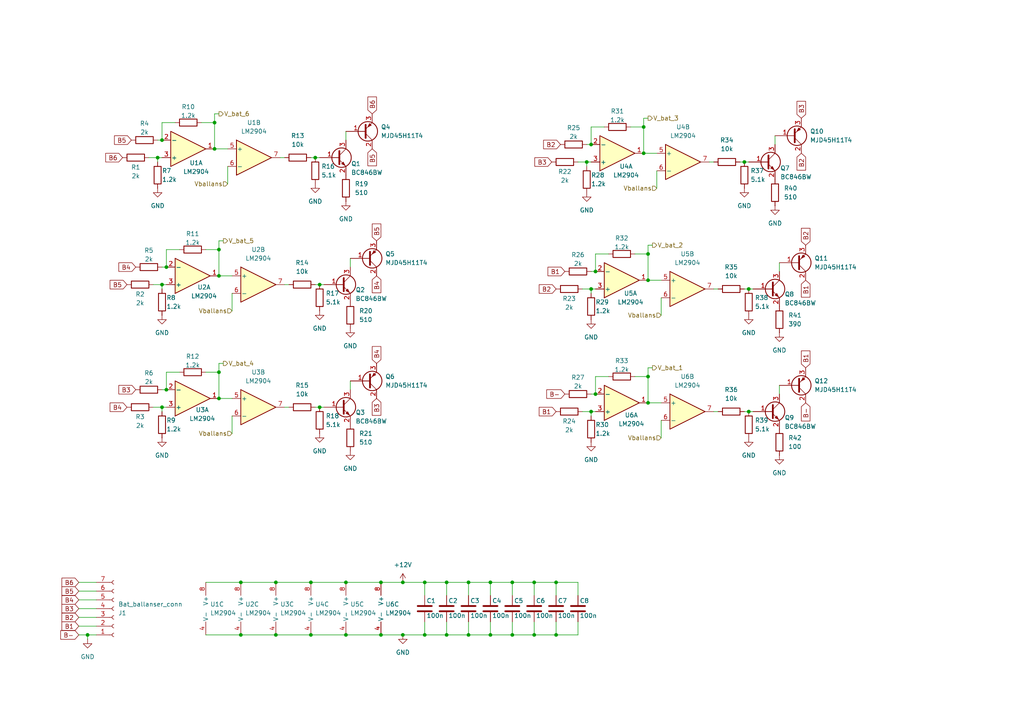
<source format=kicad_sch>
(kicad_sch (version 20231120) (generator "eeschema") (generator_version "8.0")
  (paper "A4")
  (lib_symbols
    (symbol "Amplifier_Operational:LM2904" (pin_names (offset 0.127))
      (property "Reference" "U" (at 0 5.08 0))
      (property "Value" "LM2904" (at 0 -5.08 0))
      (symbol "LM2904_1_1"
        (pin output line (at 7.62 0 180) (length 2.54) (name "~") (number "1"))
        (pin input line (at -7.62 -2.54 0) (length 2.54) (name "-") (number "2"))
        (pin input line (at -7.62 2.54 0) (length 2.54) (name "+") (number "3"))
      )
      (symbol "LM2904_2_1"
        (pin input line (at -7.62 2.54 0) (length 2.54) (name "+") (number "5"))
        (pin input line (at -7.62 -2.54 0) (length 2.54) (name "-") (number "6"))
        (pin output line (at 7.62 0 180) (length 2.54) (name "~") (number "7"))
      )
      (symbol "LM2904_3_1"
        (pin power_in line (at -2.54 -7.62 90) (length 3.81) (name "V-") (number "4"))
        (pin power_in line (at -2.54 7.62 270) (length 3.81) (name "V+") (number "8"))
      )
    )
    (symbol "Connector:Conn_01x07_Socket" (pin_names (offset 1.016) hide)
      (property "Reference" "J" (at 0 10.16 0))
      (property "Value" "Conn_01x07_Socket" (at 0 -10.16 0))
      (symbol "Conn_01x07_Socket_1_1"
        (pin passive line (at -5.08 7.62 0) (length 3.81) (name "Pin_1") (number "1"))
        (pin passive line (at -5.08 5.08 0) (length 3.81) (name "Pin_2") (number "2"))
        (pin passive line (at -5.08 2.54 0) (length 3.81) (name "Pin_3") (number "3"))
        (pin passive line (at -5.08 0 0) (length 3.81) (name "Pin_4") (number "4"))
        (pin passive line (at -5.08 -2.54 0) (length 3.81) (name "Pin_5") (number "5"))
        (pin passive line (at -5.08 -5.08 0) (length 3.81) (name "Pin_6") (number "6"))
        (pin passive line (at -5.08 -7.62 0) (length 3.81) (name "Pin_7") (number "7"))
      )
    )
    (symbol "Device:C" (pin_numbers hide) (pin_names (offset 0.254))
      (property "Reference" "C" (at 0.635 2.54 0))
      (property "Value" "C" (at 0.635 -2.54 0))
      (symbol "C_1_1"
        (pin passive line (at 0 3.81 270) (length 2.794) (name "~") (number "1"))
        (pin passive line (at 0 -3.81 90) (length 2.794) (name "~") (number "2"))
      )
    )
    (symbol "Device:Q_PNP_BCE" (pin_names (offset 0) hide)
      (property "Reference" "Q" (at 5.08 1.27 0))
      (property "Value" "Q_PNP_BCE" (at 5.08 -1.27 0))
      (symbol "Q_PNP_BCE_1_1"
        (pin input line (at -5.08 0 0) (length 5.715) (name "B") (number "1"))
        (pin passive line (at 2.54 5.08 270) (length 2.54) (name "C") (number "2"))
        (pin passive line (at 2.54 -5.08 90) (length 2.54) (name "E") (number "3"))
      )
    )
    (symbol "Device:R" (pin_numbers hide) (pin_names (offset 0))
      (property "Reference" "R" (at 2.032 0 90))
      (property "Value" "R" (at 0 0 90))
      (symbol "R_1_1"
        (pin passive line (at 0 3.81 270) (length 1.27) (name "~") (number "1"))
        (pin passive line (at 0 -3.81 90) (length 1.27) (name "~") (number "2"))
      )
    )
    (symbol "Transistor_BJT:BC846" (pin_names (offset 0) hide)
      (property "Reference" "Q" (at 5.08 1.905 0))
      (property "Value" "BC846" (at 5.08 0 0))
      (symbol "BC846_1_1"
        (pin input line (at -5.08 0 0) (length 5.715) (name "B") (number "1"))
        (pin passive line (at 2.54 -5.08 90) (length 2.54) (name "E") (number "2"))
        (pin passive line (at 2.54 5.08 270) (length 2.54) (name "C") (number "3"))
      )
    )
    (symbol "power:+12V" (power) (pin_numbers hide) (pin_names (offset 0) hide)
      (property "Value" "+12V" (at 0 3.556 0))
      (symbol "+12V_1_1"
        (pin power_in line (at 0 0 90) (length 0) (name "~") (number "1"))
      )
    )
    (symbol "power:GND" (power) (pin_numbers hide) (pin_names (offset 0) hide)
      (property "Value" "GND" (at 0 -3.81 0))
      (symbol "GND_1_1"
        (pin power_in line (at 0 0 270) (length 0) (name "~") (number "1"))
      )
    )
  )
  (junction (at 63.5 115.57))
  (junction (at 171.45 41.91))
  (junction (at 46.99 82.55))
  (junction (at 90.17 184.15))
  (junction (at 215.9 46.99))
  (junction (at 110.49 168.91))
  (junction (at 63.5 107.95))
  (junction (at 62.23 35.56))
  (junction (at 62.23 43.18))
  (junction (at 116.84 168.91))
  (junction (at 63.5 80.01))
  (junction (at 69.85 168.91))
  (junction (at 48.26 77.47))
  (junction (at 129.54 168.91))
  (junction (at 187.96 81.28))
  (junction (at 217.17 119.38))
  (junction (at 45.72 45.72))
  (junction (at 142.24 168.91))
  (junction (at 123.19 168.91))
  (junction (at 142.24 184.15))
  (junction (at 90.17 168.91))
  (junction (at 148.59 168.91))
  (junction (at 135.89 184.15))
  (junction (at 123.19 184.15))
  (junction (at 116.84 184.15))
  (junction (at 46.99 40.64))
  (junction (at 171.45 119.38))
  (junction (at 148.59 184.15))
  (junction (at 186.69 44.45))
  (junction (at 170.18 46.99))
  (junction (at 187.96 73.66))
  (junction (at 171.45 83.82))
  (junction (at 69.85 184.15))
  (junction (at 154.94 184.15))
  (junction (at 187.96 109.22))
  (junction (at 217.17 83.82))
  (junction (at 80.01 184.15))
  (junction (at 46.99 118.11))
  (junction (at 110.49 184.15))
  (junction (at 129.54 184.15))
  (junction (at 172.72 78.74))
  (junction (at 172.72 114.3))
  (junction (at 100.33 184.15))
  (junction (at 187.96 116.84))
  (junction (at 80.01 168.91))
  (junction (at 186.69 36.83))
  (junction (at 63.5 72.39))
  (junction (at 91.44 45.72))
  (junction (at 48.26 113.03))
  (junction (at 92.71 82.55))
  (junction (at 135.89 168.91))
  (junction (at 161.29 168.91))
  (junction (at 154.94 168.91))
  (junction (at 25.4 184.15))
  (junction (at 161.29 184.15))
  (junction (at 92.71 118.11))
  (junction (at 100.33 168.91))
  (wire (pts (xy 100.33 168.91) (xy 110.49 168.91)))
  (wire (pts (xy 171.45 83.82) (xy 171.45 85.09)))
  (wire (pts (xy 172.72 73.66) (xy 176.53 73.66)))
  (wire (pts (xy 161.29 168.91) (xy 161.29 172.72)))
  (wire (pts (xy 172.72 109.22) (xy 172.72 114.3)))
  (wire (pts (xy 48.26 107.95) (xy 52.07 107.95)))
  (wire (pts (xy 91.44 82.55) (xy 92.71 82.55)))
  (wire (pts (xy 171.45 36.83) (xy 175.26 36.83)))
  (wire (pts (xy 48.26 82.55) (xy 46.99 82.55)))
  (wire (pts (xy 184.15 73.66) (xy 187.96 73.66)))
  (wire (pts (xy 161.29 168.91) (xy 167.64 168.91)))
  (wire (pts (xy 172.72 83.82) (xy 171.45 83.82)))
  (wire (pts (xy 69.85 168.91) (xy 80.01 168.91)))
  (wire (pts (xy 22.86 173.99) (xy 27.94 173.99)))
  (wire (pts (xy 62.23 35.56) (xy 62.23 43.18)))
  (wire (pts (xy 62.23 33.02) (xy 62.23 35.56)))
  (wire (pts (xy 142.24 168.91) (xy 142.24 172.72)))
  (wire (pts (xy 226.06 76.2) (xy 226.06 78.74)))
  (wire (pts (xy 63.5 72.39) (xy 63.5 80.01)))
  (wire (pts (xy 63.5 105.41) (xy 63.5 107.95)))
  (wire (pts (xy 123.19 168.91) (xy 123.19 172.72)))
  (wire (pts (xy 171.45 46.99) (xy 170.18 46.99)))
  (wire (pts (xy 142.24 184.15) (xy 148.59 184.15)))
  (wire (pts (xy 44.45 118.11) (xy 46.99 118.11)))
  (wire (pts (xy 46.99 35.56) (xy 50.8 35.56)))
  (wire (pts (xy 215.9 83.82) (xy 217.17 83.82)))
  (wire (pts (xy 82.55 82.55) (xy 83.82 82.55)))
  (wire (pts (xy 170.18 46.99) (xy 170.18 48.26)))
  (wire (pts (xy 123.19 180.34) (xy 123.19 184.15)))
  (wire (pts (xy 66.04 48.26) (xy 66.04 53.34)))
  (wire (pts (xy 63.5 69.85) (xy 64.77 69.85)))
  (wire (pts (xy 63.5 69.85) (xy 63.5 72.39)))
  (wire (pts (xy 22.86 181.61) (xy 27.94 181.61)))
  (wire (pts (xy 92.71 118.11) (xy 93.98 118.11)))
  (wire (pts (xy 217.17 83.82) (xy 218.44 83.82)))
  (wire (pts (xy 207.01 119.38) (xy 208.28 119.38)))
  (wire (pts (xy 214.63 46.99) (xy 215.9 46.99)))
  (wire (pts (xy 45.72 40.64) (xy 46.99 40.64)))
  (wire (pts (xy 187.96 34.29) (xy 186.69 34.29)))
  (wire (pts (xy 187.96 106.68) (xy 187.96 109.22)))
  (wire (pts (xy 62.23 43.18) (xy 66.04 43.18)))
  (wire (pts (xy 46.99 82.55) (xy 46.99 83.82)))
  (wire (pts (xy 171.45 119.38) (xy 171.45 120.65)))
  (wire (pts (xy 63.5 115.57) (xy 67.31 115.57)))
  (wire (pts (xy 116.84 184.15) (xy 123.19 184.15)))
  (wire (pts (xy 187.96 73.66) (xy 187.96 71.12)))
  (wire (pts (xy 154.94 180.34) (xy 154.94 184.15)))
  (wire (pts (xy 46.99 118.11) (xy 46.99 119.38)))
  (wire (pts (xy 186.69 44.45) (xy 190.5 44.45)))
  (wire (pts (xy 22.86 184.15) (xy 25.4 184.15)))
  (wire (pts (xy 100.33 184.15) (xy 110.49 184.15)))
  (wire (pts (xy 46.99 35.56) (xy 46.99 40.64)))
  (wire (pts (xy 171.45 36.83) (xy 171.45 41.91)))
  (wire (pts (xy 100.33 38.1) (xy 100.33 40.64)))
  (wire (pts (xy 142.24 180.34) (xy 142.24 184.15)))
  (wire (pts (xy 154.94 184.15) (xy 161.29 184.15)))
  (wire (pts (xy 190.5 49.53) (xy 190.5 54.61)))
  (wire (pts (xy 91.44 45.72) (xy 92.71 45.72)))
  (wire (pts (xy 67.31 120.65) (xy 67.31 125.73)))
  (wire (pts (xy 101.6 110.49) (xy 101.6 113.03)))
  (wire (pts (xy 43.18 45.72) (xy 45.72 45.72)))
  (wire (pts (xy 48.26 118.11) (xy 46.99 118.11)))
  (wire (pts (xy 135.89 168.91) (xy 142.24 168.91)))
  (wire (pts (xy 80.01 184.15) (xy 90.17 184.15)))
  (wire (pts (xy 172.72 119.38) (xy 171.45 119.38)))
  (wire (pts (xy 44.45 82.55) (xy 46.99 82.55)))
  (wire (pts (xy 129.54 168.91) (xy 135.89 168.91)))
  (wire (pts (xy 22.86 171.45) (xy 27.94 171.45)))
  (wire (pts (xy 90.17 45.72) (xy 91.44 45.72)))
  (wire (pts (xy 187.96 109.22) (xy 187.96 116.84)))
  (wire (pts (xy 191.77 86.36) (xy 191.77 91.44)))
  (wire (pts (xy 161.29 184.15) (xy 167.64 184.15)))
  (wire (pts (xy 46.99 113.03) (xy 48.26 113.03)))
  (wire (pts (xy 207.01 83.82) (xy 208.28 83.82)))
  (wire (pts (xy 172.72 109.22) (xy 176.53 109.22)))
  (wire (pts (xy 129.54 184.15) (xy 135.89 184.15)))
  (wire (pts (xy 182.88 36.83) (xy 186.69 36.83)))
  (wire (pts (xy 48.26 72.39) (xy 52.07 72.39)))
  (wire (pts (xy 64.77 105.41) (xy 63.5 105.41)))
  (wire (pts (xy 154.94 168.91) (xy 161.29 168.91)))
  (wire (pts (xy 148.59 184.15) (xy 154.94 184.15)))
  (wire (pts (xy 148.59 168.91) (xy 154.94 168.91)))
  (wire (pts (xy 135.89 168.91) (xy 135.89 172.72)))
  (wire (pts (xy 59.69 107.95) (xy 63.5 107.95)))
  (wire (pts (xy 69.85 184.15) (xy 80.01 184.15)))
  (wire (pts (xy 80.01 168.91) (xy 90.17 168.91)))
  (wire (pts (xy 224.79 39.37) (xy 224.79 41.91)))
  (wire (pts (xy 116.84 168.91) (xy 123.19 168.91)))
  (wire (pts (xy 154.94 168.91) (xy 154.94 172.72)))
  (wire (pts (xy 46.99 45.72) (xy 45.72 45.72)))
  (wire (pts (xy 48.26 107.95) (xy 48.26 113.03)))
  (wire (pts (xy 187.96 116.84) (xy 191.77 116.84)))
  (wire (pts (xy 167.64 46.99) (xy 170.18 46.99)))
  (wire (pts (xy 110.49 184.15) (xy 116.84 184.15)))
  (wire (pts (xy 81.28 45.72) (xy 82.55 45.72)))
  (wire (pts (xy 189.23 106.68) (xy 187.96 106.68)))
  (wire (pts (xy 186.69 36.83) (xy 186.69 44.45)))
  (wire (pts (xy 22.86 176.53) (xy 27.94 176.53)))
  (wire (pts (xy 135.89 180.34) (xy 135.89 184.15)))
  (wire (pts (xy 91.44 118.11) (xy 92.71 118.11)))
  (wire (pts (xy 187.96 71.12) (xy 189.23 71.12)))
  (wire (pts (xy 45.72 45.72) (xy 45.72 46.99)))
  (wire (pts (xy 123.19 168.91) (xy 129.54 168.91)))
  (wire (pts (xy 168.91 119.38) (xy 171.45 119.38)))
  (wire (pts (xy 187.96 81.28) (xy 191.77 81.28)))
  (wire (pts (xy 123.19 184.15) (xy 129.54 184.15)))
  (wire (pts (xy 59.69 168.91) (xy 69.85 168.91)))
  (wire (pts (xy 187.96 73.66) (xy 187.96 81.28)))
  (wire (pts (xy 22.86 179.07) (xy 27.94 179.07)))
  (wire (pts (xy 67.31 85.09) (xy 67.31 90.17)))
  (wire (pts (xy 142.24 168.91) (xy 148.59 168.91)))
  (wire (pts (xy 215.9 46.99) (xy 217.17 46.99)))
  (wire (pts (xy 46.99 77.47) (xy 48.26 77.47)))
  (wire (pts (xy 217.17 119.38) (xy 218.44 119.38)))
  (wire (pts (xy 129.54 180.34) (xy 129.54 184.15)))
  (wire (pts (xy 82.55 118.11) (xy 83.82 118.11)))
  (wire (pts (xy 90.17 168.91) (xy 100.33 168.91)))
  (wire (pts (xy 226.06 111.76) (xy 226.06 114.3)))
  (wire (pts (xy 167.64 184.15) (xy 167.64 180.34)))
  (wire (pts (xy 161.29 180.34) (xy 161.29 184.15)))
  (wire (pts (xy 171.45 114.3) (xy 172.72 114.3)))
  (wire (pts (xy 171.45 78.74) (xy 172.72 78.74)))
  (wire (pts (xy 215.9 119.38) (xy 217.17 119.38)))
  (wire (pts (xy 58.42 35.56) (xy 62.23 35.56)))
  (wire (pts (xy 135.89 184.15) (xy 142.24 184.15)))
  (wire (pts (xy 59.69 72.39) (xy 63.5 72.39)))
  (wire (pts (xy 167.64 168.91) (xy 167.64 172.72)))
  (wire (pts (xy 148.59 180.34) (xy 148.59 184.15)))
  (wire (pts (xy 92.71 82.55) (xy 93.98 82.55)))
  (wire (pts (xy 63.5 80.01) (xy 67.31 80.01)))
  (wire (pts (xy 22.86 168.91) (xy 27.94 168.91)))
  (wire (pts (xy 25.4 185.42) (xy 25.4 184.15)))
  (wire (pts (xy 48.26 72.39) (xy 48.26 77.47)))
  (wire (pts (xy 184.15 109.22) (xy 187.96 109.22)))
  (wire (pts (xy 191.77 121.92) (xy 191.77 127)))
  (wire (pts (xy 101.6 74.93) (xy 101.6 77.47)))
  (wire (pts (xy 170.18 41.91) (xy 171.45 41.91)))
  (wire (pts (xy 186.69 34.29) (xy 186.69 36.83)))
  (wire (pts (xy 110.49 168.91) (xy 116.84 168.91)))
  (wire (pts (xy 63.5 107.95) (xy 63.5 115.57)))
  (wire (pts (xy 90.17 184.15) (xy 100.33 184.15)))
  (wire (pts (xy 168.91 83.82) (xy 171.45 83.82)))
  (wire (pts (xy 63.5 33.02) (xy 62.23 33.02)))
  (wire (pts (xy 148.59 168.91) (xy 148.59 172.72)))
  (wire (pts (xy 205.74 46.99) (xy 207.01 46.99)))
  (wire (pts (xy 172.72 73.66) (xy 172.72 78.74)))
  (wire (pts (xy 25.4 184.15) (xy 27.94 184.15)))
  (wire (pts (xy 129.54 168.91) (xy 129.54 172.72)))
  (wire (pts (xy 59.69 184.15) (xy 69.85 184.15)))
  (global_label "B5" (shape input) (at 22.86 171.45 180) (property "Intersheetrefs" "${INTERSHEET_REFS}" (effects (hide yes))))
  (global_label "B3" (shape input) (at 22.86 176.53 180) (property "Intersheetrefs" "${INTERSHEET_REFS}" (effects (hide yes))))
  (global_label "B3" (shape input) (at 109.22 115.57 270) (property "Intersheetrefs" "${INTERSHEET_REFS}" (effects (hide yes))))
  (global_label "B1" (shape input) (at 161.29 119.38 180) (property "Intersheetrefs" "${INTERSHEET_REFS}" (effects (hide yes))))
  (global_label "B2" (shape input) (at 161.29 83.82 180) (property "Intersheetrefs" "${INTERSHEET_REFS}" (effects (hide yes))))
  (global_label "B4" (shape input) (at 39.37 77.47 180) (property "Intersheetrefs" "${INTERSHEET_REFS}" (effects (hide yes))))
  (global_label "B5" (shape input) (at 107.95 43.18 270) (property "Intersheetrefs" "${INTERSHEET_REFS}" (effects (hide yes))))
  (global_label "B2" (shape input) (at 162.56 41.91 180) (property "Intersheetrefs" "${INTERSHEET_REFS}" (effects (hide yes))))
  (global_label "B1" (shape input) (at 233.68 81.28 270) (property "Intersheetrefs" "${INTERSHEET_REFS}" (effects (hide yes))))
  (global_label "B3" (shape input) (at 160.02 46.99 180) (property "Intersheetrefs" "${INTERSHEET_REFS}" (effects (hide yes))))
  (global_label "B3" (shape input) (at 232.41 34.29 90) (property "Intersheetrefs" "${INTERSHEET_REFS}" (effects (hide yes))))
  (global_label "B4" (shape input) (at 36.83 118.11 180) (property "Intersheetrefs" "${INTERSHEET_REFS}" (effects (hide yes))))
  (global_label "B1" (shape input) (at 22.86 181.61 180) (property "Intersheetrefs" "${INTERSHEET_REFS}" (effects (hide yes))))
  (global_label "B5" (shape input) (at 109.22 69.85 90) (property "Intersheetrefs" "${INTERSHEET_REFS}" (effects (hide yes))))
  (global_label "B3" (shape input) (at 39.37 113.03 180) (property "Intersheetrefs" "${INTERSHEET_REFS}" (effects (hide yes))))
  (global_label "B2" (shape input) (at 232.41 44.45 270) (property "Intersheetrefs" "${INTERSHEET_REFS}" (effects (hide yes))))
  (global_label "B2" (shape input) (at 22.86 179.07 180) (property "Intersheetrefs" "${INTERSHEET_REFS}" (effects (hide yes))))
  (global_label "B4" (shape input) (at 109.22 80.01 270) (property "Intersheetrefs" "${INTERSHEET_REFS}" (effects (hide yes))))
  (global_label "B5" (shape input) (at 38.1 40.64 180) (property "Intersheetrefs" "${INTERSHEET_REFS}" (effects (hide yes))))
  (global_label "B2" (shape input) (at 233.68 71.12 90) (property "Intersheetrefs" "${INTERSHEET_REFS}" (effects (hide yes))))
  (global_label "B-" (shape input) (at 163.83 114.3 180) (property "Intersheetrefs" "${INTERSHEET_REFS}" (effects (hide yes))))
  (global_label "B1" (shape input) (at 163.83 78.74 180) (property "Intersheetrefs" "${INTERSHEET_REFS}" (effects (hide yes))))
  (global_label "B-" (shape input) (at 233.68 116.84 270) (property "Intersheetrefs" "${INTERSHEET_REFS}" (effects (hide yes))))
  (global_label "B1" (shape input) (at 233.68 106.68 90) (property "Intersheetrefs" "${INTERSHEET_REFS}" (effects (hide yes))))
  (global_label "B6" (shape input) (at 107.95 33.02 90) (property "Intersheetrefs" "${INTERSHEET_REFS}" (effects (hide yes))))
  (global_label "B5" (shape input) (at 36.83 82.55 180) (property "Intersheetrefs" "${INTERSHEET_REFS}" (effects (hide yes))))
  (global_label "B6" (shape input) (at 35.56 45.72 180) (property "Intersheetrefs" "${INTERSHEET_REFS}" (effects (hide yes))))
  (global_label "B-" (shape input) (at 22.86 184.15 180) (property "Intersheetrefs" "${INTERSHEET_REFS}" (effects (hide yes))))
  (global_label "B4" (shape input) (at 109.22 105.41 90) (property "Intersheetrefs" "${INTERSHEET_REFS}" (effects (hide yes))))
  (global_label "B6" (shape input) (at 22.86 168.91 180) (property "Intersheetrefs" "${INTERSHEET_REFS}" (effects (hide yes))))
  (global_label "B4" (shape input) (at 22.86 173.99 180) (property "Intersheetrefs" "${INTERSHEET_REFS}" (effects (hide yes))))
  (hierarchical_label "Vballans" (shape input) (at 190.5 54.61 180))
  (hierarchical_label "V_bat_2" (shape output) (at 189.23 71.12 0))
  (hierarchical_label "V_bat_6" (shape output) (at 63.5 33.02 0))
  (hierarchical_label "V_bat_1" (shape output) (at 189.23 106.68 0))
  (hierarchical_label "V_bat_4" (shape output) (at 64.77 105.41 0))
  (hierarchical_label "V_bat_5" (shape output) (at 64.77 69.85 0))
  (hierarchical_label "Vballans" (shape input) (at 191.77 127 180))
  (hierarchical_label "V_bat_3" (shape output) (at 187.96 34.29 0))
  (hierarchical_label "Vballans" (shape input) (at 67.31 125.73 180))
  (hierarchical_label "Vballans" (shape input) (at 67.31 90.17 180))
  (hierarchical_label "Vballans" (shape input) (at 191.77 91.44 180))
  (hierarchical_label "Vballans" (shape input) (at 66.04 53.34 180))
  (symbol (lib_id "power:GND") (at 226.06 132.08 0) (unit 1)
    (property "Reference" "#PWR021" (effects (hide yes)))
    (property "Value" "GND" (at 226.06 137.16 0))
    (property "Description" "Power symbol creates a global label with name \"GND\" , ground" (effects (hide yes)))
  )
  (symbol (lib_id "Device:R") (at 166.37 41.91 90) (unit 1)
    (property "Reference" "R25" (at 166.37 37.084 90))
    (property "Value" "2k" (at 166.37 39.624 90))
    (property "Footprint" "Resistor_SMD:R_0805_2012Metric_Pad1.20x1.40mm_HandSolder" (effects (hide yes)))
    (property "Description" "Resistor" (effects (hide yes)))
  )
  (symbol (lib_id "Device:R") (at 163.83 46.99 90) (unit 1)
    (property "Reference" "R22" (at 163.83 49.784 90))
    (property "Value" "2k" (at 163.83 52.324 90))
    (property "Footprint" "Resistor_SMD:R_0805_2012Metric_Pad1.20x1.40mm_HandSolder" (effects (hide yes)))
    (property "Description" "Resistor" (effects (hide yes)))
  )
  (symbol (lib_id "Device:Q_PNP_BCE") (at 105.41 38.1 0) (mirror x) (unit 1)
    (property "Reference" "Q4" (at 110.49 36.8299 0) (effects (justify left)))
    (property "Value" "MJD45H11T4" (at 110.49 39.3699 0) (effects (justify left)))
    (property "Footprint" "Package_TO_SOT_SMD:TO-252-2" (effects (hide yes)))
    (property "Description" "PNP transistor, base/collector/emitter" (effects (hide yes)))
  )
  (symbol (lib_id "power:GND") (at 92.71 90.17 0) (unit 1)
    (property "Reference" "#PWR06" (effects (hide yes)))
    (property "Value" "GND" (at 92.71 95.25 0))
    (property "Description" "Power symbol creates a global label with name \"GND\" , ground" (effects (hide yes)))
  )
  (symbol (lib_id "Device:R") (at 165.1 83.82 90) (unit 1)
    (property "Reference" "R23" (at 165.1 86.614 90))
    (property "Value" "2k" (at 165.1 89.154 90))
    (property "Footprint" "Resistor_SMD:R_0805_2012Metric_Pad1.20x1.40mm_HandSolder" (effects (hide yes)))
    (property "Description" "Resistor" (effects (hide yes)))
  )
  (symbol (lib_id "Device:Q_PNP_BCE") (at 106.68 110.49 0) (mirror x) (unit 1)
    (property "Reference" "Q6" (at 111.76 109.2199 0) (effects (justify left)))
    (property "Value" "MJD45H11T4" (at 111.76 111.7599 0) (effects (justify left)))
    (property "Footprint" "Package_TO_SOT_SMD:TO-252-2" (effects (hide yes)))
    (property "Description" "PNP transistor, base/collector/emitter" (effects (hide yes)))
  )
  (symbol (lib_id "power:+12V") (at 116.84 168.91 0) (unit 1)
    (property "Reference" "#PWR011" (effects (hide yes)))
    (property "Value" "+12V" (at 116.84 163.83 0))
    (property "Description" "Power symbol creates a global label with name \"+12V\"" (effects (hide yes)))
  )
  (symbol (lib_id "Amplifier_Operational:LM2904") (at 199.39 119.38 0) (unit 2)
    (property "Reference" "U6" (at 199.39 109.22 0))
    (property "Value" "LM2904" (at 199.39 111.76 0))
    (property "Footprint" "Package_SO:SO-8_3.9x4.9mm_P1.27mm" (effects (hide yes)))
    (property "Datasheet" "http://www.ti.com/lit/ds/symlink/lm358.pdf" (effects (hide yes)))
    (property "Description" "Dual Operational Amplifiers, DIP-8/SOIC-8/TSSOP-8/VSSOP-8" (effects (hide yes)))
  )
  (symbol (lib_id "power:GND") (at 217.17 91.44 0) (unit 1)
    (property "Reference" "#PWR017" (effects (hide yes)))
    (property "Value" "GND" (at 217.17 96.52 0))
    (property "Description" "Power symbol creates a global label with name \"GND\" , ground" (effects (hide yes)))
  )
  (symbol (lib_id "power:GND") (at 171.45 128.27 0) (unit 1)
    (property "Reference" "#PWR015" (effects (hide yes)))
    (property "Value" "GND" (at 171.45 133.35 0))
    (property "Description" "Power symbol creates a global label with name \"GND\" , ground" (effects (hide yes)))
  )
  (symbol (lib_id "Device:R") (at 226.06 128.27 180) (unit 1)
    (property "Reference" "R42" (at 228.6304 126.9999 0) (effects (justify right)))
    (property "Value" "100" (at 228.6304 129.5399 0) (effects (justify right)))
    (property "Footprint" "Resistor_SMD:R_0805_2012Metric_Pad1.20x1.40mm_HandSolder" (effects (hide yes)))
    (property "Description" "Resistor" (effects (hide yes)))
  )
  (symbol (lib_id "power:GND") (at 217.17 127 0) (unit 1)
    (property "Reference" "#PWR018" (effects (hide yes)))
    (property "Value" "GND" (at 217.17 132.08 0))
    (property "Description" "Power symbol creates a global label with name \"GND\" , ground" (effects (hide yes)))
  )
  (symbol (lib_id "Amplifier_Operational:LM2904") (at 72.39 176.53 0) (unit 3)
    (property "Reference" "U2" (at 71.12 175.2599 0) (effects (justify left)))
    (property "Value" "LM2904" (at 71.12 177.7999 0) (effects (justify left)))
    (property "Footprint" "Package_SO:SO-8_3.9x4.9mm_P1.27mm" (effects (hide yes)))
    (property "Datasheet" "http://www.ti.com/lit/ds/symlink/lm358.pdf" (effects (hide yes)))
    (property "Description" "Dual Operational Amplifiers, DIP-8/SOIC-8/TSSOP-8/VSSOP-8" (effects (hide yes)))
  )
  (symbol (lib_id "Device:R") (at 92.71 121.92 180) (unit 1)
    (property "Reference" "R18" (at 94.4925 120.6499 0) (effects (justify right)))
    (property "Value" "5.1k" (at 94.4925 123.1899 0) (effects (justify right)))
    (property "Footprint" "Resistor_SMD:R_0805_2012Metric_Pad1.20x1.40mm_HandSolder" (effects (hide yes)))
    (property "Description" "Resistor" (effects (hide yes)))
  )
  (symbol (lib_id "Device:R") (at 179.07 36.83 90) (unit 1)
    (property "Reference" "R31" (at 179.07 32.258 90))
    (property "Value" "1.2k" (at 179.07 34.798 90))
    (property "Footprint" "Resistor_SMD:R_0805_2012Metric_Pad1.20x1.40mm_HandSolder" (effects (hide yes)))
    (property "Description" "Resistor" (effects (hide yes)))
  )
  (symbol (lib_id "Device:C") (at 135.89 176.53 0) (unit 1)
    (property "Reference" "C3" (at 136.398 174.244 0) (effects (justify left)))
    (property "Value" "100n" (at 136.398 178.562 0) (effects (justify left)))
    (property "Footprint" "Capacitor_SMD:C_0805_2012Metric_Pad1.18x1.45mm_HandSolder" (effects (hide yes)))
    (property "Description" "Unpolarized capacitor" (effects (hide yes)))
  )
  (symbol (lib_id "power:GND") (at 101.6 95.25 0) (unit 1)
    (property "Reference" "#PWR09" (effects (hide yes)))
    (property "Value" "GND" (at 101.6 100.33 0))
    (property "Description" "Power symbol creates a global label with name \"GND\" , ground" (effects (hide yes)))
  )
  (symbol (lib_id "Device:R") (at 217.17 87.63 180) (unit 1)
    (property "Reference" "R38" (at 218.9525 86.3599 0) (effects (justify right)))
    (property "Value" "5.1k" (at 218.9525 88.8999 0) (effects (justify right)))
    (property "Footprint" "Resistor_SMD:R_0805_2012Metric_Pad1.20x1.40mm_HandSolder" (effects (hide yes)))
    (property "Description" "Resistor" (effects (hide yes)))
  )
  (symbol (lib_id "Device:R") (at 43.18 113.03 90) (unit 1)
    (property "Reference" "R6" (at 43.18 108.204 90))
    (property "Value" "2k" (at 43.18 110.744 90))
    (property "Footprint" "Resistor_SMD:R_0805_2012Metric_Pad1.20x1.40mm_HandSolder" (effects (hide yes)))
    (property "Description" "Resistor" (effects (hide yes)))
  )
  (symbol (lib_id "Amplifier_Operational:LM2904") (at 180.34 116.84 0) (mirror x) (unit 1)
    (property "Reference" "U6" (at 183.134 120.396 0))
    (property "Value" "LM2904" (at 183.134 122.936 0))
    (property "Footprint" "Package_SO:SO-8_3.9x4.9mm_P1.27mm" (effects (hide yes)))
    (property "Datasheet" "http://www.ti.com/lit/ds/symlink/lm358.pdf" (effects (hide yes)))
    (property "Description" "Dual Operational Amplifiers, DIP-8/SOIC-8/TSSOP-8/VSSOP-8" (effects (hide yes)))
  )
  (symbol (lib_id "Amplifier_Operational:LM2904") (at 55.88 115.57 0) (mirror x) (unit 1)
    (property "Reference" "U3" (at 58.674 118.872 0))
    (property "Value" "LM2904" (at 58.674 121.412 0))
    (property "Footprint" "Package_SO:SO-8_3.9x4.9mm_P1.27mm" (effects (hide yes)))
    (property "Datasheet" "http://www.ti.com/lit/ds/symlink/lm358.pdf" (effects (hide yes)))
    (property "Description" "Dual Operational Amplifiers, DIP-8/SOIC-8/TSSOP-8/VSSOP-8" (effects (hide yes)))
  )
  (symbol (lib_id "Device:R") (at 40.64 118.11 90) (unit 1)
    (property "Reference" "R3" (at 40.64 120.904 90))
    (property "Value" "2k" (at 40.64 123.444 90))
    (property "Footprint" "Resistor_SMD:R_0805_2012Metric_Pad1.20x1.40mm_HandSolder" (effects (hide yes)))
    (property "Description" "Resistor" (effects (hide yes)))
  )
  (symbol (lib_id "Device:R") (at 215.9 50.8 180) (unit 1)
    (property "Reference" "R37" (at 217.6825 49.5299 0) (effects (justify right)))
    (property "Value" "5.1k" (at 217.6825 52.0699 0) (effects (justify right)))
    (property "Footprint" "Resistor_SMD:R_0805_2012Metric_Pad1.20x1.40mm_HandSolder" (effects (hide yes)))
    (property "Description" "Resistor" (effects (hide yes)))
  )
  (symbol (lib_id "Device:R") (at 86.36 45.72 90) (unit 1)
    (property "Reference" "R13" (at 86.36 39.37 90))
    (property "Value" "10k" (at 86.36 41.91 90))
    (property "Footprint" "Resistor_SMD:R_0805_2012Metric_Pad1.20x1.40mm_HandSolder" (effects (hide yes)))
    (property "Description" "Resistor" (effects (hide yes)))
  )
  (symbol (lib_id "Device:R") (at 40.64 82.55 90) (unit 1)
    (property "Reference" "R2" (at 40.64 85.344 90))
    (property "Value" "2k" (at 40.64 87.884 90))
    (property "Footprint" "Resistor_SMD:R_0805_2012Metric_Pad1.20x1.40mm_HandSolder" (effects (hide yes)))
    (property "Description" "Resistor" (effects (hide yes)))
  )
  (symbol (lib_id "Device:Q_PNP_BCE") (at 231.14 76.2 0) (mirror x) (unit 1)
    (property "Reference" "Q11" (at 236.22 74.9299 0) (effects (justify left)))
    (property "Value" "MJD45H11T4" (at 236.22 77.4699 0) (effects (justify left)))
    (property "Footprint" "Package_TO_SOT_SMD:TO-252-2" (effects (hide yes)))
    (property "Description" "PNP transistor, base/collector/emitter" (effects (hide yes)))
  )
  (symbol (lib_id "Device:R") (at 101.6 127 180) (unit 1)
    (property "Reference" "R21" (at 104.1704 125.7299 0) (effects (justify right)))
    (property "Value" "510" (at 104.1704 128.2699 0) (effects (justify right)))
    (property "Footprint" "Resistor_SMD:R_0805_2012Metric_Pad1.20x1.40mm_HandSolder" (effects (hide yes)))
    (property "Description" "Resistor" (effects (hide yes)))
  )
  (symbol (lib_id "Device:R") (at 212.09 83.82 90) (unit 1)
    (property "Reference" "R35" (at 212.09 77.47 90))
    (property "Value" "10k" (at 212.09 80.01 90))
    (property "Footprint" "Resistor_SMD:R_0805_2012Metric_Pad1.20x1.40mm_HandSolder" (effects (hide yes)))
    (property "Description" "Resistor" (effects (hide yes)))
  )
  (symbol (lib_id "Device:R") (at 170.18 52.07 0) (unit 1)
    (property "Reference" "R28" (at 171.45 50.8 0) (effects (justify left)))
    (property "Value" "1.2k" (at 171.45 53.34 0) (effects (justify left)))
    (property "Footprint" "Resistor_SMD:R_0805_2012Metric_Pad1.20x1.40mm_HandSolder" (effects (hide yes)))
    (property "Description" "Resistor" (effects (hide yes)))
  )
  (symbol (lib_id "Amplifier_Operational:LM2904") (at 198.12 46.99 0) (unit 2)
    (property "Reference" "U4" (at 198.12 36.83 0))
    (property "Value" "LM2904" (at 198.12 39.37 0))
    (property "Footprint" "Package_SO:SO-8_3.9x4.9mm_P1.27mm" (effects (hide yes)))
    (property "Datasheet" "http://www.ti.com/lit/ds/symlink/lm358.pdf" (effects (hide yes)))
    (property "Description" "Dual Operational Amplifiers, DIP-8/SOIC-8/TSSOP-8/VSSOP-8" (effects (hide yes)))
  )
  (symbol (lib_id "power:GND") (at 101.6 130.81 0) (unit 1)
    (property "Reference" "#PWR010" (effects (hide yes)))
    (property "Value" "GND" (at 101.6 135.89 0))
    (property "Description" "Power symbol creates a global label with name \"GND\" , ground" (effects (hide yes)))
  )
  (symbol (lib_id "Transistor_BJT:BC846") (at 99.06 118.11 0) (unit 1)
    (property "Reference" "Q3" (at 103.124 119.634 0) (effects (justify left)))
    (property "Value" "BC846BW" (at 103.124 122.174 0) (effects (justify left)))
    (property "Footprint" "Package_TO_SOT_SMD:SOT-323_SC-70" (effects (hide yes)))
    (property "Datasheet" "https://assets.nexperia.com/documents/data-sheet/BC846_SER.pdf" (effects (hide yes)))
    (property "Description" "0.1A Ic, 65V Vce, NPN Transistor, SOT-23" (effects (hide yes)))
  )
  (symbol (lib_id "Amplifier_Operational:LM2904") (at 62.23 176.53 0) (unit 3)
    (property "Reference" "U1" (at 60.96 175.2599 0) (effects (justify left)))
    (property "Value" "LM2904" (at 60.96 177.7999 0) (effects (justify left)))
    (property "Footprint" "Package_SO:SO-8_3.9x4.9mm_P1.27mm" (effects (hide yes)))
    (property "Datasheet" "http://www.ti.com/lit/ds/symlink/lm358.pdf" (effects (hide yes)))
    (property "Description" "Dual Operational Amplifiers, DIP-8/SOIC-8/TSSOP-8/VSSOP-8" (effects (hide yes)))
  )
  (symbol (lib_id "power:GND") (at 25.4 185.42 0) (unit 1)
    (property "Reference" "#PWR01" (effects (hide yes)))
    (property "Value" "GND" (at 25.4 190.5 0))
    (property "Description" "Power symbol creates a global label with name \"GND\" , ground" (effects (hide yes)))
  )
  (symbol (lib_id "power:GND") (at 171.45 92.71 0) (unit 1)
    (property "Reference" "#PWR014" (effects (hide yes)))
    (property "Value" "GND" (at 171.45 97.79 0))
    (property "Description" "Power symbol creates a global label with name \"GND\" , ground" (effects (hide yes)))
  )
  (symbol (lib_id "Device:R") (at 101.6 91.44 180) (unit 1)
    (property "Reference" "R20" (at 104.1704 90.1699 0) (effects (justify right)))
    (property "Value" "510" (at 104.1704 92.7099 0) (effects (justify right)))
    (property "Footprint" "Resistor_SMD:R_0805_2012Metric_Pad1.20x1.40mm_HandSolder" (effects (hide yes)))
    (property "Description" "Resistor" (effects (hide yes)))
  )
  (symbol (lib_id "Device:R") (at 226.06 92.71 180) (unit 1)
    (property "Reference" "R41" (at 228.6304 91.4399 0) (effects (justify right)))
    (property "Value" "390" (at 228.6304 93.9799 0) (effects (justify right)))
    (property "Footprint" "Resistor_SMD:R_0805_2012Metric_Pad1.20x1.40mm_HandSolder" (effects (hide yes)))
    (property "Description" "Resistor" (effects (hide yes)))
  )
  (symbol (lib_id "Device:R") (at 167.64 78.74 90) (unit 1)
    (property "Reference" "R26" (at 167.64 73.914 90))
    (property "Value" "2k" (at 167.64 76.454 90))
    (property "Footprint" "Resistor_SMD:R_0805_2012Metric_Pad1.20x1.40mm_HandSolder" (effects (hide yes)))
    (property "Description" "Resistor" (effects (hide yes)))
  )
  (symbol (lib_id "Device:R") (at 91.44 49.53 180) (unit 1)
    (property "Reference" "R16" (at 93.2225 48.2599 0) (effects (justify right)))
    (property "Value" "5.1k" (at 93.2225 50.7999 0) (effects (justify right)))
    (property "Footprint" "Resistor_SMD:R_0805_2012Metric_Pad1.20x1.40mm_HandSolder" (effects (hide yes)))
    (property "Description" "Resistor" (effects (hide yes)))
  )
  (symbol (lib_id "Device:C") (at 148.59 176.53 0) (unit 1)
    (property "Reference" "C5" (at 149.098 174.244 0) (effects (justify left)))
    (property "Value" "100n" (at 149.098 178.562 0) (effects (justify left)))
    (property "Footprint" "Capacitor_SMD:C_0805_2012Metric_Pad1.18x1.45mm_HandSolder" (effects (hide yes)))
    (property "Description" "Unpolarized capacitor" (effects (hide yes)))
  )
  (symbol (lib_id "Device:R") (at 212.09 119.38 90) (unit 1)
    (property "Reference" "R36" (at 212.09 113.03 90))
    (property "Value" "10k" (at 212.09 115.57 90))
    (property "Footprint" "Resistor_SMD:R_0805_2012Metric_Pad1.20x1.40mm_HandSolder" (effects (hide yes)))
    (property "Description" "Resistor" (effects (hide yes)))
  )
  (symbol (lib_id "Device:C") (at 123.19 176.53 0) (unit 1)
    (property "Reference" "C1" (at 123.698 174.244 0) (effects (justify left)))
    (property "Value" "100n" (at 123.698 178.562 0) (effects (justify left)))
    (property "Footprint" "Capacitor_SMD:C_0805_2012Metric_Pad1.18x1.45mm_HandSolder" (effects (hide yes)))
    (property "Description" "Unpolarized capacitor" (effects (hide yes)))
  )
  (symbol (lib_id "Amplifier_Operational:LM2904") (at 73.66 45.72 0) (unit 2)
    (property "Reference" "U1" (at 73.66 35.56 0))
    (property "Value" "LM2904" (at 73.66 38.1 0))
    (property "Footprint" "Package_SO:SO-8_3.9x4.9mm_P1.27mm" (effects (hide yes)))
    (property "Datasheet" "http://www.ti.com/lit/ds/symlink/lm358.pdf" (effects (hide yes)))
    (property "Description" "Dual Operational Amplifiers, DIP-8/SOIC-8/TSSOP-8/VSSOP-8" (effects (hide yes)))
  )
  (symbol (lib_id "Device:R") (at 171.45 88.9 0) (unit 1)
    (property "Reference" "R29" (at 172.72 87.63 0) (effects (justify left)))
    (property "Value" "1.2k" (at 172.72 90.17 0) (effects (justify left)))
    (property "Footprint" "Resistor_SMD:R_0805_2012Metric_Pad1.20x1.40mm_HandSolder" (effects (hide yes)))
    (property "Description" "Resistor" (effects (hide yes)))
  )
  (symbol (lib_id "Amplifier_Operational:LM2904") (at 180.34 81.28 0) (mirror x) (unit 1)
    (property "Reference" "U5" (at 182.88 85.09 0))
    (property "Value" "LM2904" (at 182.88 87.63 0))
    (property "Footprint" "Package_SO:SO-8_3.9x4.9mm_P1.27mm" (effects (hide yes)))
    (property "Datasheet" "http://www.ti.com/lit/ds/symlink/lm358.pdf" (effects (hide yes)))
    (property "Description" "Dual Operational Amplifiers, DIP-8/SOIC-8/TSSOP-8/VSSOP-8" (effects (hide yes)))
  )
  (symbol (lib_id "Transistor_BJT:BC846") (at 97.79 45.72 0) (unit 1)
    (property "Reference" "Q1" (at 101.854 47.498 0) (effects (justify left)))
    (property "Value" "BC846BW" (at 101.854 50.038 0) (effects (justify left)))
    (property "Footprint" "Package_TO_SOT_SMD:SOT-323_SC-70" (effects (hide yes)))
    (property "Datasheet" "https://assets.nexperia.com/documents/data-sheet/BC846_SER.pdf" (effects (hide yes)))
    (property "Description" "0.1A Ic, 65V Vce, NPN Transistor, SOT-23" (effects (hide yes)))
  )
  (symbol (lib_id "Device:C") (at 167.64 176.53 0) (unit 1)
    (property "Reference" "C8" (at 168.148 174.244 0) (effects (justify left)))
    (property "Value" "100n" (at 168.148 178.562 0) (effects (justify left)))
    (property "Footprint" "Capacitor_SMD:C_0805_2012Metric_Pad1.18x1.45mm_HandSolder" (effects (hide yes)))
    (property "Description" "Unpolarized capacitor" (effects (hide yes)))
  )
  (symbol (lib_id "Device:R") (at 46.99 87.63 0) (unit 1)
    (property "Reference" "R8" (at 48.26 86.36 0) (effects (justify left)))
    (property "Value" "1.2k" (at 48.26 88.9 0) (effects (justify left)))
    (property "Footprint" "Resistor_SMD:R_0805_2012Metric_Pad1.20x1.40mm_HandSolder" (effects (hide yes)))
    (property "Description" "Resistor" (effects (hide yes)))
  )
  (symbol (lib_id "power:GND") (at 170.18 55.88 0) (unit 1)
    (property "Reference" "#PWR013" (effects (hide yes)))
    (property "Value" "GND" (at 170.18 60.96 0))
    (property "Description" "Power symbol creates a global label with name \"GND\" , ground" (effects (hide yes)))
  )
  (symbol (lib_id "Device:R") (at 41.91 40.64 90) (unit 1)
    (property "Reference" "R4" (at 41.91 35.814 90))
    (property "Value" "2k" (at 41.91 38.354 90))
    (property "Footprint" "Resistor_SMD:R_0805_2012Metric_Pad1.20x1.40mm_HandSolder" (effects (hide yes)))
    (property "Description" "Resistor" (effects (hide yes)))
  )
  (symbol (lib_id "Transistor_BJT:BC846") (at 222.25 46.99 0) (unit 1)
    (property "Reference" "Q7" (at 226.314 48.768 0) (effects (justify left)))
    (property "Value" "BC846BW" (at 226.314 51.308 0) (effects (justify left)))
    (property "Footprint" "Package_TO_SOT_SMD:SOT-323_SC-70" (effects (hide yes)))
    (property "Datasheet" "https://assets.nexperia.com/documents/data-sheet/BC846_SER.pdf" (effects (hide yes)))
    (property "Description" "0.1A Ic, 65V Vce, NPN Transistor, SOT-23" (effects (hide yes)))
  )
  (symbol (lib_id "Device:R") (at 180.34 73.66 90) (unit 1)
    (property "Reference" "R32" (at 180.34 69.088 90))
    (property "Value" "1.2k" (at 180.34 71.628 90))
    (property "Footprint" "Resistor_SMD:R_0805_2012Metric_Pad1.20x1.40mm_HandSolder" (effects (hide yes)))
    (property "Description" "Resistor" (effects (hide yes)))
  )
  (symbol (lib_id "Transistor_BJT:BC846") (at 99.06 82.55 0) (unit 1)
    (property "Reference" "Q2" (at 103.124 84.074 0) (effects (justify left)))
    (property "Value" "BC846BW" (at 103.124 86.614 0) (effects (justify left)))
    (property "Footprint" "Package_TO_SOT_SMD:SOT-323_SC-70" (effects (hide yes)))
    (property "Datasheet" "https://assets.nexperia.com/documents/data-sheet/BC846_SER.pdf" (effects (hide yes)))
    (property "Description" "0.1A Ic, 65V Vce, NPN Transistor, SOT-23" (effects (hide yes)))
  )
  (symbol (lib_id "Device:R") (at 167.64 114.3 90) (unit 1)
    (property "Reference" "R27" (at 167.64 109.474 90))
    (property "Value" "2k" (at 167.64 112.014 90))
    (property "Footprint" "Resistor_SMD:R_0805_2012Metric_Pad1.20x1.40mm_HandSolder" (effects (hide yes)))
    (property "Description" "Resistor" (effects (hide yes)))
  )
  (symbol (lib_id "Device:R") (at 217.17 123.19 180) (unit 1)
    (property "Reference" "R39" (at 218.9525 121.9199 0) (effects (justify right)))
    (property "Value" "5.1k" (at 218.9525 124.4599 0) (effects (justify right)))
    (property "Footprint" "Resistor_SMD:R_0805_2012Metric_Pad1.20x1.40mm_HandSolder" (effects (hide yes)))
    (property "Description" "Resistor" (effects (hide yes)))
  )
  (symbol (lib_id "Device:Q_PNP_BCE") (at 231.14 111.76 0) (mirror x) (unit 1)
    (property "Reference" "Q12" (at 236.22 110.4899 0) (effects (justify left)))
    (property "Value" "MJD45H11T4" (at 236.22 113.0299 0) (effects (justify left)))
    (property "Footprint" "Package_TO_SOT_SMD:TO-252-2" (effects (hide yes)))
    (property "Description" "PNP transistor, base/collector/emitter" (effects (hide yes)))
  )
  (symbol (lib_id "power:GND") (at 92.71 125.73 0) (unit 1)
    (property "Reference" "#PWR07" (effects (hide yes)))
    (property "Value" "GND" (at 92.71 130.81 0))
    (property "Description" "Power symbol creates a global label with name \"GND\" , ground" (effects (hide yes)))
  )
  (symbol (lib_id "Amplifier_Operational:LM2904") (at 92.71 176.53 0) (unit 3)
    (property "Reference" "U4" (at 91.44 175.2599 0) (effects (justify left)))
    (property "Value" "LM2904" (at 91.44 177.7999 0) (effects (justify left)))
    (property "Footprint" "Package_SO:SO-8_3.9x4.9mm_P1.27mm" (effects (hide yes)))
    (property "Datasheet" "http://www.ti.com/lit/ds/symlink/lm358.pdf" (effects (hide yes)))
    (property "Description" "Dual Operational Amplifiers, DIP-8/SOIC-8/TSSOP-8/VSSOP-8" (effects (hide yes)))
  )
  (symbol (lib_id "Amplifier_Operational:LM2904") (at 113.03 176.53 0) (unit 3)
    (property "Reference" "U6" (at 111.76 175.2599 0) (effects (justify left)))
    (property "Value" "LM2904" (at 111.76 177.7999 0) (effects (justify left)))
    (property "Footprint" "Package_SO:SO-8_3.9x4.9mm_P1.27mm" (effects (hide yes)))
    (property "Datasheet" "http://www.ti.com/lit/ds/symlink/lm358.pdf" (effects (hide yes)))
    (property "Description" "Dual Operational Amplifiers, DIP-8/SOIC-8/TSSOP-8/VSSOP-8" (effects (hide yes)))
  )
  (symbol (lib_id "power:GND") (at 46.99 91.44 0) (unit 1)
    (property "Reference" "#PWR03" (effects (hide yes)))
    (property "Value" "GND" (at 46.99 96.52 0))
    (property "Description" "Power symbol creates a global label with name \"GND\" , ground" (effects (hide yes)))
  )
  (symbol (lib_id "power:GND") (at 45.72 54.61 0) (unit 1)
    (property "Reference" "#PWR02" (effects (hide yes)))
    (property "Value" "GND" (at 45.72 59.69 0))
    (property "Description" "Power symbol creates a global label with name \"GND\" , ground" (effects (hide yes)))
  )
  (symbol (lib_id "Amplifier_Operational:LM2904") (at 179.07 44.45 0) (mirror x) (unit 1)
    (property "Reference" "U4" (at 181.61 48.26 0))
    (property "Value" "LM2904" (at 181.61 50.8 0))
    (property "Footprint" "Package_SO:SO-8_3.9x4.9mm_P1.27mm" (effects (hide yes)))
    (property "Datasheet" "http://www.ti.com/lit/ds/symlink/lm358.pdf" (effects (hide yes)))
    (property "Description" "Dual Operational Amplifiers, DIP-8/SOIC-8/TSSOP-8/VSSOP-8" (effects (hide yes)))
  )
  (symbol (lib_id "power:GND") (at 226.06 96.52 0) (unit 1)
    (property "Reference" "#PWR020" (effects (hide yes)))
    (property "Value" "GND" (at 226.06 101.6 0))
    (property "Description" "Power symbol creates a global label with name \"GND\" , ground" (effects (hide yes)))
  )
  (symbol (lib_id "Device:R") (at 100.33 54.61 180) (unit 1)
    (property "Reference" "R19" (at 102.9004 53.3399 0) (effects (justify right)))
    (property "Value" "510" (at 102.9004 55.8799 0) (effects (justify right)))
    (property "Footprint" "Resistor_SMD:R_0805_2012Metric_Pad1.20x1.40mm_HandSolder" (effects (hide yes)))
    (property "Description" "Resistor" (effects (hide yes)))
  )
  (symbol (lib_id "Device:Q_PNP_BCE") (at 229.87 39.37 0) (mirror x) (unit 1)
    (property "Reference" "Q10" (at 234.95 38.0999 0) (effects (justify left)))
    (property "Value" "MJD45H11T4" (at 234.95 40.6399 0) (effects (justify left)))
    (property "Footprint" "Package_TO_SOT_SMD:TO-252-2" (effects (hide yes)))
    (property "Description" "PNP transistor, base/collector/emitter" (effects (hide yes)))
  )
  (symbol (lib_id "Transistor_BJT:BC846") (at 223.52 119.38 0) (unit 1)
    (property "Reference" "Q9" (at 227.584 121.158 0) (effects (justify left)))
    (property "Value" "BC846BW" (at 227.584 123.698 0) (effects (justify left)))
    (property "Footprint" "Package_TO_SOT_SMD:SOT-323_SC-70" (effects (hide yes)))
    (property "Datasheet" "https://assets.nexperia.com/documents/data-sheet/BC846_SER.pdf" (effects (hide yes)))
    (property "Description" "0.1A Ic, 65V Vce, NPN Transistor, SOT-23" (effects (hide yes)))
  )
  (symbol (lib_id "power:GND") (at 91.44 53.34 0) (unit 1)
    (property "Reference" "#PWR05" (effects (hide yes)))
    (property "Value" "GND" (at 91.44 58.42 0))
    (property "Description" "Power symbol creates a global label with name \"GND\" , ground" (effects (hide yes)))
  )
  (symbol (lib_id "Device:R") (at 43.18 77.47 90) (unit 1)
    (property "Reference" "R5" (at 43.18 72.644 90))
    (property "Value" "2k" (at 43.18 75.184 90))
    (property "Footprint" "Resistor_SMD:R_0805_2012Metric_Pad1.20x1.40mm_HandSolder" (effects (hide yes)))
    (property "Description" "Resistor" (effects (hide yes)))
  )
  (symbol (lib_id "power:GND") (at 224.79 59.69 0) (unit 1)
    (property "Reference" "#PWR019" (effects (hide yes)))
    (property "Value" "GND" (at 224.79 64.77 0))
    (property "Description" "Power symbol creates a global label with name \"GND\" , ground" (effects (hide yes)))
  )
  (symbol (lib_id "Amplifier_Operational:LM2904") (at 82.55 176.53 0) (unit 3)
    (property "Reference" "U3" (at 81.28 175.2599 0) (effects (justify left)))
    (property "Value" "LM2904" (at 81.28 177.7999 0) (effects (justify left)))
    (property "Footprint" "Package_SO:SO-8_3.9x4.9mm_P1.27mm" (effects (hide yes)))
    (property "Datasheet" "http://www.ti.com/lit/ds/symlink/lm358.pdf" (effects (hide yes)))
    (property "Description" "Dual Operational Amplifiers, DIP-8/SOIC-8/TSSOP-8/VSSOP-8" (effects (hide yes)))
  )
  (symbol (lib_id "Device:R") (at 224.79 55.88 180) (unit 1)
    (property "Reference" "R40" (at 227.3604 54.6099 0) (effects (justify right)))
    (property "Value" "510" (at 227.3604 57.1499 0) (effects (justify right)))
    (property "Footprint" "Resistor_SMD:R_0805_2012Metric_Pad1.20x1.40mm_HandSolder" (effects (hide yes)))
    (property "Description" "Resistor" (effects (hide yes)))
  )
  (symbol (lib_id "power:GND") (at 100.33 58.42 0) (unit 1)
    (property "Reference" "#PWR08" (effects (hide yes)))
    (property "Value" "GND" (at 100.33 63.5 0))
    (property "Description" "Power symbol creates a global label with name \"GND\" , ground" (effects (hide yes)))
  )
  (symbol (lib_id "Connector:Conn_01x07_Socket") (at 33.02 176.53 0) (mirror x) (unit 1)
    (property "Reference" "J1" (at 34.29 177.8001 0) (effects (justify left)))
    (property "Value" "Bat_ballanser_conn" (at 34.29 175.2601 0) (effects (justify left)))
    (property "Footprint" "Connector_PinHeader_2.54mm:PinHeader_1x07_P2.54mm_Horizontal" (effects (hide yes)))
    (property "Description" "Generic connector, single row, 01x07, script generated" (effects (hide yes)))
  )
  (symbol (lib_id "Device:Q_PNP_BCE") (at 106.68 74.93 0) (mirror x) (unit 1)
    (property "Reference" "Q5" (at 111.76 73.6599 0) (effects (justify left)))
    (property "Value" "MJD45H11T4" (at 111.76 76.1999 0) (effects (justify left)))
    (property "Footprint" "Package_TO_SOT_SMD:TO-252-2" (effects (hide yes)))
    (property "Description" "PNP transistor, base/collector/emitter" (effects (hide yes)))
  )
  (symbol (lib_id "Device:C") (at 142.24 176.53 0) (unit 1)
    (property "Reference" "C4" (at 142.748 174.244 0) (effects (justify left)))
    (property "Value" "100n" (at 142.748 178.562 0) (effects (justify left)))
    (property "Footprint" "Capacitor_SMD:C_0805_2012Metric_Pad1.18x1.45mm_HandSolder" (effects (hide yes)))
    (property "Description" "Unpolarized capacitor" (effects (hide yes)))
  )
  (symbol (lib_id "Device:R") (at 92.71 86.36 180) (unit 1)
    (property "Reference" "R17" (at 94.4925 85.0899 0) (effects (justify right)))
    (property "Value" "5.1k" (at 94.4925 87.6299 0) (effects (justify right)))
    (property "Footprint" "Resistor_SMD:R_0805_2012Metric_Pad1.20x1.40mm_HandSolder" (effects (hide yes)))
    (property "Description" "Resistor" (effects (hide yes)))
  )
  (symbol (lib_id "Device:C") (at 154.94 176.53 0) (unit 1)
    (property "Reference" "C6" (at 155.448 174.244 0) (effects (justify left)))
    (property "Value" "100n" (at 155.448 178.562 0) (effects (justify left)))
    (property "Footprint" "Capacitor_SMD:C_0805_2012Metric_Pad1.18x1.45mm_HandSolder" (effects (hide yes)))
    (property "Description" "Unpolarized capacitor" (effects (hide yes)))
  )
  (symbol (lib_id "power:GND") (at 116.84 184.15 0) (unit 1)
    (property "Reference" "#PWR012" (effects (hide yes)))
    (property "Value" "GND" (at 116.84 189.23 0))
    (property "Description" "Power symbol creates a global label with name \"GND\" , ground" (effects (hide yes)))
  )
  (symbol (lib_id "Device:R") (at 46.99 123.19 0) (unit 1)
    (property "Reference" "R9" (at 48.26 121.92 0) (effects (justify left)))
    (property "Value" "1.2k" (at 48.26 124.46 0) (effects (justify left)))
    (property "Footprint" "Resistor_SMD:R_0805_2012Metric_Pad1.20x1.40mm_HandSolder" (effects (hide yes)))
    (property "Description" "Resistor" (effects (hide yes)))
  )
  (symbol (lib_id "power:GND") (at 46.99 127 0) (unit 1)
    (property "Reference" "#PWR04" (effects (hide yes)))
    (property "Value" "GND" (at 46.99 132.08 0))
    (property "Description" "Power symbol creates a global label with name \"GND\" , ground" (effects (hide yes)))
  )
  (symbol (lib_id "Transistor_BJT:BC846") (at 223.52 83.82 0) (unit 1)
    (property "Reference" "Q8" (at 227.584 85.344 0) (effects (justify left)))
    (property "Value" "BC846BW" (at 227.584 87.884 0) (effects (justify left)))
    (property "Footprint" "Package_TO_SOT_SMD:SOT-323_SC-70" (effects (hide yes)))
    (property "Datasheet" "https://assets.nexperia.com/documents/data-sheet/BC846_SER.pdf" (effects (hide yes)))
    (property "Description" "0.1A Ic, 65V Vce, NPN Transistor, SOT-23" (effects (hide yes)))
  )
  (symbol (lib_id "Device:C") (at 161.29 176.53 0) (unit 1)
    (property "Reference" "C7" (at 161.798 174.244 0) (effects (justify left)))
    (property "Value" "100n" (at 161.798 178.562 0) (effects (justify left)))
    (property "Footprint" "Capacitor_SMD:C_0805_2012Metric_Pad1.18x1.45mm_HandSolder" (effects (hide yes)))
    (property "Description" "Unpolarized capacitor" (effects (hide yes)))
  )
  (symbol (lib_id "Device:R") (at 210.82 46.99 90) (unit 1)
    (property "Reference" "R34" (at 210.82 40.64 90))
    (property "Value" "10k" (at 210.82 43.18 90))
    (property "Footprint" "Resistor_SMD:R_0805_2012Metric_Pad1.20x1.40mm_HandSolder" (effects (hide yes)))
    (property "Description" "Resistor" (effects (hide yes)))
  )
  (symbol (lib_id "Device:R") (at 171.45 124.46 0) (unit 1)
    (property "Reference" "R30" (at 172.72 123.19 0) (effects (justify left)))
    (property "Value" "1.2k" (at 172.72 125.73 0) (effects (justify left)))
    (property "Footprint" "Resistor_SMD:R_0805_2012Metric_Pad1.20x1.40mm_HandSolder" (effects (hide yes)))
    (property "Description" "Resistor" (effects (hide yes)))
  )
  (symbol (lib_id "Device:R") (at 45.72 50.8 0) (unit 1)
    (property "Reference" "R7" (at 46.99 49.53 0) (effects (justify left)))
    (property "Value" "1.2k" (at 46.99 52.07 0) (effects (justify left)))
    (property "Footprint" "Resistor_SMD:R_0805_2012Metric_Pad1.20x1.40mm_HandSolder" (effects (hide yes)))
    (property "Description" "Resistor" (effects (hide yes)))
  )
  (symbol (lib_id "Device:R") (at 87.63 82.55 90) (unit 1)
    (property "Reference" "R14" (at 87.63 76.2 90))
    (property "Value" "10k" (at 87.63 78.74 90))
    (property "Footprint" "Resistor_SMD:R_0805_2012Metric_Pad1.20x1.40mm_HandSolder" (effects (hide yes)))
    (property "Description" "Resistor" (effects (hide yes)))
  )
  (symbol (lib_id "Device:R") (at 87.63 118.11 90) (unit 1)
    (property "Reference" "R15" (at 87.63 111.76 90))
    (property "Value" "10k" (at 87.63 114.3 90))
    (property "Footprint" "Resistor_SMD:R_0805_2012Metric_Pad1.20x1.40mm_HandSolder" (effects (hide yes)))
    (property "Description" "Resistor" (effects (hide yes)))
  )
  (symbol (lib_id "Device:C") (at 129.54 176.53 0) (unit 1)
    (property "Reference" "C2" (at 130.048 174.244 0) (effects (justify left)))
    (property "Value" "100n" (at 130.048 178.562 0) (effects (justify left)))
    (property "Footprint" "Capacitor_SMD:C_0805_2012Metric_Pad1.18x1.45mm_HandSolder" (effects (hide yes)))
    (property "Description" "Unpolarized capacitor" (effects (hide yes)))
  )
  (symbol (lib_id "Device:R") (at 54.61 35.56 90) (unit 1)
    (property "Reference" "R10" (at 54.61 30.988 90))
    (property "Value" "1.2k" (at 54.61 33.528 90))
    (property "Footprint" "Resistor_SMD:R_0805_2012Metric_Pad1.20x1.40mm_HandSolder" (effects (hide yes)))
    (property "Description" "Resistor" (effects (hide yes)))
  )
  (symbol (lib_id "Device:R") (at 39.37 45.72 90) (unit 1)
    (property "Reference" "R1" (at 39.37 48.514 90))
    (property "Value" "2k" (at 39.37 51.054 90))
    (property "Footprint" "Resistor_SMD:R_0805_2012Metric_Pad1.20x1.40mm_HandSolder" (effects (hide yes)))
    (property "Description" "Resistor" (effects (hide yes)))
  )
  (symbol (lib_id "Amplifier_Operational:LM2904") (at 102.87 176.53 0) (unit 3)
    (property "Reference" "U5" (at 101.6 175.2599 0) (effects (justify left)))
    (property "Value" "LM2904" (at 101.6 177.7999 0) (effects (justify left)))
    (property "Footprint" "Package_SO:SO-8_3.9x4.9mm_P1.27mm" (effects (hide yes)))
    (property "Datasheet" "http://www.ti.com/lit/ds/symlink/lm358.pdf" (effects (hide yes)))
    (property "Description" "Dual Operational Amplifiers, DIP-8/SOIC-8/TSSOP-8/VSSOP-8" (effects (hide yes)))
  )
  (symbol (lib_id "Device:R") (at 55.88 107.95 90) (unit 1)
    (property "Reference" "R12" (at 55.88 103.378 90))
    (property "Value" "1.2k" (at 55.88 105.918 90))
    (property "Footprint" "Resistor_SMD:R_0805_2012Metric_Pad1.20x1.40mm_HandSolder" (effects (hide yes)))
    (property "Description" "Resistor" (effects (hide yes)))
  )
  (symbol (lib_id "Device:R") (at 165.1 119.38 90) (unit 1)
    (property "Reference" "R24" (at 165.1 122.174 90))
    (property "Value" "2k" (at 165.1 124.714 90))
    (property "Footprint" "Resistor_SMD:R_0805_2012Metric_Pad1.20x1.40mm_HandSolder" (effects (hide yes)))
    (property "Description" "Resistor" (effects (hide yes)))
  )
  (symbol (lib_id "Amplifier_Operational:LM2904") (at 74.93 118.11 0) (unit 2)
    (property "Reference" "U3" (at 74.93 107.95 0))
    (property "Value" "LM2904" (at 74.93 110.49 0))
    (property "Footprint" "Package_SO:SO-8_3.9x4.9mm_P1.27mm" (effects (hide yes)))
    (property "Datasheet" "http://www.ti.com/lit/ds/symlink/lm358.pdf" (effects (hide yes)))
    (property "Description" "Dual Operational Amplifiers, DIP-8/SOIC-8/TSSOP-8/VSSOP-8" (effects (hide yes)))
  )
  (symbol (lib_id "Amplifier_Operational:LM2904") (at 199.39 83.82 0) (unit 2)
    (property "Reference" "U5" (at 199.39 73.66 0))
    (property "Value" "LM2904" (at 199.39 76.2 0))
    (property "Footprint" "Package_SO:SO-8_3.9x4.9mm_P1.27mm" (effects (hide yes)))
    (property "Datasheet" "http://www.ti.com/lit/ds/symlink/lm358.pdf" (effects (hide yes)))
    (property "Description" "Dual Operational Amplifiers, DIP-8/SOIC-8/TSSOP-8/VSSOP-8" (effects (hide yes)))
  )
  (symbol (lib_id "power:GND") (at 215.9 54.61 0) (unit 1)
    (property "Reference" "#PWR016" (effects (hide yes)))
    (property "Value" "GND" (at 215.9 59.69 0))
    (property "Description" "Power symbol creates a global label with name \"GND\" , ground" (effects (hide yes)))
  )
  (symbol (lib_id "Device:R") (at 180.34 109.22 90) (unit 1)
    (property "Reference" "R33" (at 180.34 104.648 90))
    (property "Value" "1.2k" (at 180.34 107.188 90))
    (property "Footprint" "Resistor_SMD:R_0805_2012Metric_Pad1.20x1.40mm_HandSolder" (effects (hide yes)))
    (property "Description" "Resistor" (effects (hide yes)))
  )
  (symbol (lib_id "Amplifier_Operational:LM2904") (at 55.88 80.01 0) (mirror x) (unit 1)
    (property "Reference" "U2" (at 59.182 83.312 0))
    (property "Value" "LM2904" (at 59.182 85.852 0))
    (property "Footprint" "Package_SO:SO-8_3.9x4.9mm_P1.27mm" (effects (hide yes)))
    (property "Datasheet" "http://www.ti.com/lit/ds/symlink/lm358.pdf" (effects (hide yes)))
    (property "Description" "Dual Operational Amplifiers, DIP-8/SOIC-8/TSSOP-8/VSSOP-8" (effects (hide yes)))
  )
  (symbol (lib_id "Device:R") (at 55.88 72.39 90) (unit 1)
    (property "Reference" "R11" (at 55.88 67.818 90))
    (property "Value" "1.2k" (at 55.88 70.358 90))
    (property "Footprint" "Resistor_SMD:R_0805_2012Metric_Pad1.20x1.40mm_HandSolder" (effects (hide yes)))
    (property "Description" "Resistor" (effects (hide yes)))
  )
  (symbol (lib_id "Amplifier_Operational:LM2904") (at 74.93 82.55 0) (unit 2)
    (property "Reference" "U2" (at 74.93 72.39 0))
    (property "Value" "LM2904" (at 74.93 74.93 0))
    (property "Footprint" "Package_SO:SO-8_3.9x4.9mm_P1.27mm" (effects (hide yes)))
    (property "Datasheet" "http://www.ti.com/lit/ds/symlink/lm358.pdf" (effects (hide yes)))
    (property "Description" "Dual Operational Amplifiers, DIP-8/SOIC-8/TSSOP-8/VSSOP-8" (effects (hide yes)))
  )
  (symbol (lib_id "Amplifier_Operational:LM2904") (at 54.61 43.18 0) (mirror x) (unit 1)
    (property "Reference" "U1" (at 56.896 47.244 0))
    (property "Value" "LM2904" (at 56.896 49.784 0))
    (property "Footprint" "Package_SO:SO-8_3.9x4.9mm_P1.27mm" (effects (hide yes)))
    (property "Datasheet" "http://www.ti.com/lit/ds/symlink/lm358.pdf" (effects (hide yes)))
    (property "Description" "Dual Operational Amplifiers, DIP-8/SOIC-8/TSSOP-8/VSSOP-8" (effects (hide yes)))
  )
)
</source>
